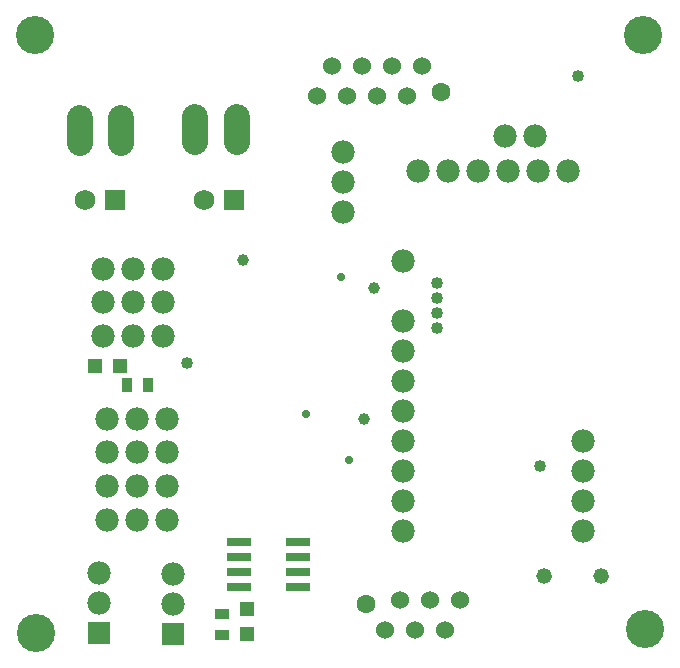
<source format=gts>
G75*
%MOIN*%
%OFA0B0*%
%FSLAX24Y24*%
%IPPOS*%
%LPD*%
%AMOC8*
5,1,8,0,0,1.08239X$1,22.5*
%
%ADD10C,0.0520*%
%ADD11R,0.0820X0.0260*%
%ADD12C,0.0780*%
%ADD13C,0.0880*%
%ADD14R,0.0780X0.0780*%
%ADD15C,0.0600*%
%ADD16C,0.0631*%
%ADD17C,0.0690*%
%ADD18R,0.0690X0.0690*%
%ADD19R,0.0512X0.0512*%
%ADD20R,0.0512X0.0355*%
%ADD21R,0.0355X0.0512*%
%ADD22C,0.0400*%
%ADD23C,0.0276*%
%ADD24C,0.0394*%
%ADD25C,0.1267*%
D10*
X019080Y003175D03*
X020980Y003175D03*
D11*
X010875Y003300D03*
X010875Y003800D03*
X010875Y004300D03*
X010875Y002800D03*
X008935Y002800D03*
X008935Y003300D03*
X008935Y003800D03*
X008935Y004300D03*
D12*
X006730Y003250D03*
X006730Y002250D03*
X004255Y002275D03*
X004255Y003275D03*
X004530Y005050D03*
X005530Y005050D03*
X006530Y005050D03*
X006530Y006175D03*
X005530Y006175D03*
X004530Y006175D03*
X004530Y007300D03*
X005530Y007300D03*
X006530Y007300D03*
X006530Y008425D03*
X005530Y008425D03*
X004530Y008425D03*
X004405Y011175D03*
X005405Y011175D03*
X006405Y011175D03*
X006405Y012300D03*
X005405Y012300D03*
X004405Y012300D03*
X004405Y013400D03*
X005405Y013400D03*
X006405Y013400D03*
X012405Y015325D03*
X012405Y016325D03*
X012405Y017325D03*
X014905Y016675D03*
X015905Y016675D03*
X016905Y016675D03*
X017905Y016675D03*
X018905Y016675D03*
X019905Y016675D03*
X018780Y017850D03*
X017780Y017850D03*
X014405Y013675D03*
X014405Y011675D03*
X014405Y010675D03*
X014405Y009675D03*
X014405Y008675D03*
X014405Y007675D03*
X014405Y006675D03*
X014405Y005675D03*
X014405Y004675D03*
X020405Y004675D03*
X020405Y005675D03*
X020405Y006675D03*
X020405Y007675D03*
D13*
X008844Y017638D02*
X008844Y018478D01*
X007466Y018478D02*
X007466Y017638D01*
X004994Y017613D02*
X004994Y018453D01*
X003616Y018453D02*
X003616Y017613D01*
D14*
X004255Y001275D03*
X006730Y001250D03*
D15*
X013780Y001375D03*
X014780Y001375D03*
X015780Y001375D03*
X015280Y002375D03*
X014280Y002375D03*
X016280Y002375D03*
X014530Y019175D03*
X013530Y019175D03*
X012530Y019175D03*
X011530Y019175D03*
X012030Y020175D03*
X013030Y020175D03*
X014030Y020175D03*
X015030Y020175D03*
D16*
X015668Y019319D03*
X013142Y002231D03*
D17*
X007755Y015725D03*
X003805Y015725D03*
D18*
X004805Y015725D03*
X008755Y015725D03*
D19*
X004943Y010175D03*
X004117Y010175D03*
X009180Y002063D03*
X009180Y001236D03*
D20*
X008355Y001195D03*
X008355Y001904D03*
D21*
X005884Y009550D03*
X005176Y009550D03*
D22*
X007200Y010285D03*
X015535Y011460D03*
X015535Y011950D03*
X015535Y012440D03*
X015535Y012930D03*
X018940Y006845D03*
X020230Y019860D03*
D23*
X012315Y013140D03*
X011164Y008566D03*
X012595Y007050D03*
D24*
X013080Y008400D03*
X013430Y012775D03*
X009055Y013725D03*
D25*
X002155Y001275D03*
X022455Y001400D03*
X022405Y021200D03*
X002130Y021225D03*
M02*

</source>
